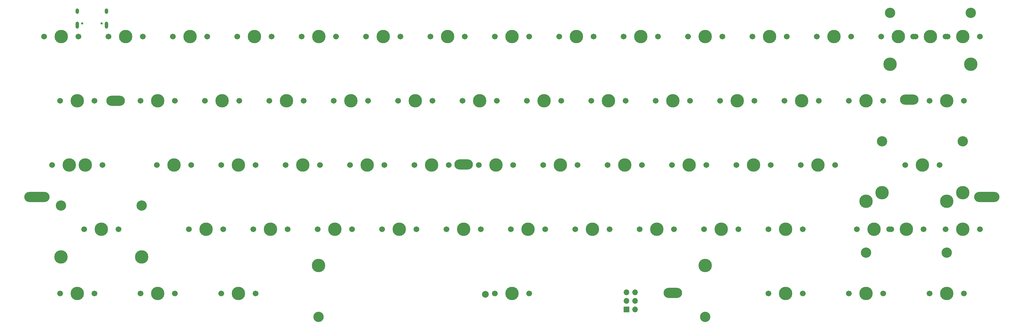
<source format=gts>
G04 #@! TF.GenerationSoftware,KiCad,Pcbnew,(5.99.0-11336-g5116fa6d12)*
G04 #@! TF.CreationDate,2021-07-24T21:06:12+02:00*
G04 #@! TF.ProjectId,plain60-flex-mkd-ansi,706c6169-6e36-4302-9d66-6c65782d6d6b,rev?*
G04 #@! TF.SameCoordinates,Original*
G04 #@! TF.FileFunction,Soldermask,Top*
G04 #@! TF.FilePolarity,Negative*
%FSLAX46Y46*%
G04 Gerber Fmt 4.6, Leading zero omitted, Abs format (unit mm)*
G04 Created by KiCad (PCBNEW (5.99.0-11336-g5116fa6d12)) date 2021-07-24 21:06:12*
%MOMM*%
%LPD*%
G01*
G04 APERTURE LIST*
%ADD10C,1.701800*%
%ADD11C,3.987800*%
%ADD12C,3.048000*%
%ADD13O,7.500000X3.000000*%
%ADD14O,5.500000X3.000000*%
%ADD15C,2.000000*%
%ADD16C,0.650000*%
%ADD17O,1.000000X2.100000*%
%ADD18O,1.000000X1.600000*%
%ADD19R,1.700000X1.700000*%
%ADD20O,1.700000X1.700000*%
G04 APERTURE END LIST*
D10*
X71120000Y-28575000D03*
D11*
X76200000Y-28575000D03*
D10*
X81280000Y-28575000D03*
X100330000Y-28575000D03*
D11*
X95250000Y-28575000D03*
D10*
X90170000Y-28575000D03*
D11*
X152400000Y-28575000D03*
D10*
X157480000Y-28575000D03*
X147320000Y-28575000D03*
X166370000Y-28575000D03*
D11*
X171450000Y-28575000D03*
D10*
X176530000Y-28575000D03*
D11*
X133350000Y-28575000D03*
D10*
X138430000Y-28575000D03*
X128270000Y-28575000D03*
X109220000Y-28575000D03*
X119380000Y-28575000D03*
D11*
X114300000Y-28575000D03*
D10*
X19367500Y-28575000D03*
X9207500Y-28575000D03*
D11*
X14287500Y-28575000D03*
X142875000Y-9525000D03*
D10*
X147955000Y-9525000D03*
X137795000Y-9525000D03*
X186055000Y-9525000D03*
X175895000Y-9525000D03*
D11*
X180975000Y-9525000D03*
D10*
X90805000Y-9525000D03*
D11*
X85725000Y-9525000D03*
D10*
X80645000Y-9525000D03*
X243205000Y-9525000D03*
D11*
X238125000Y-9525000D03*
D10*
X233045000Y-9525000D03*
X224155000Y-9525000D03*
X213995000Y-9525000D03*
D11*
X219075000Y-9525000D03*
X200025000Y-9525000D03*
D10*
X205105000Y-9525000D03*
X194945000Y-9525000D03*
X156845000Y-9525000D03*
D11*
X161925000Y-9525000D03*
D10*
X167005000Y-9525000D03*
X118745000Y-9525000D03*
D11*
X123825000Y-9525000D03*
D10*
X128905000Y-9525000D03*
X99695000Y-9525000D03*
X109855000Y-9525000D03*
D11*
X104775000Y-9525000D03*
X66675000Y-9525000D03*
D10*
X71755000Y-9525000D03*
X61595000Y-9525000D03*
D11*
X28575000Y-9525000D03*
D10*
X33655000Y-9525000D03*
X23495000Y-9525000D03*
X4445000Y-9525000D03*
D11*
X9525000Y-9525000D03*
D10*
X14605000Y-9525000D03*
X43180000Y-85725000D03*
X33020000Y-85725000D03*
D11*
X38100000Y-85725000D03*
D10*
X152717500Y-66675000D03*
X142557500Y-66675000D03*
D11*
X147637500Y-66675000D03*
X223837500Y-66675000D03*
D10*
X228917500Y-66675000D03*
X218757500Y-66675000D03*
X171767500Y-66675000D03*
D11*
X166687500Y-66675000D03*
D10*
X161607500Y-66675000D03*
X123507500Y-66675000D03*
D11*
X128587500Y-66675000D03*
D10*
X133667500Y-66675000D03*
X180657500Y-66675000D03*
D11*
X185737500Y-66675000D03*
D10*
X190817500Y-66675000D03*
D11*
X14287500Y-85725000D03*
D10*
X9207500Y-85725000D03*
X19367500Y-85725000D03*
X261620000Y-9525000D03*
D12*
X254762000Y-2540000D03*
D11*
X266700000Y-9525000D03*
X254762000Y-17780000D03*
D12*
X278638000Y-2540000D03*
D11*
X278638000Y-17780000D03*
D10*
X271780000Y-9525000D03*
X252730000Y-28575000D03*
D11*
X247650000Y-28575000D03*
D10*
X242570000Y-28575000D03*
D11*
X52387500Y-66675000D03*
D10*
X57467500Y-66675000D03*
X47307500Y-66675000D03*
X195580000Y-28575000D03*
D11*
X190500000Y-28575000D03*
D10*
X185420000Y-28575000D03*
X124142500Y-47625000D03*
D11*
X119062500Y-47625000D03*
D10*
X113982500Y-47625000D03*
X66992500Y-47625000D03*
X56832500Y-47625000D03*
D11*
X61912500Y-47625000D03*
D12*
X276256700Y-40640000D03*
X252380700Y-40640000D03*
D11*
X264318700Y-47625000D03*
X252380700Y-55880000D03*
X276256700Y-55880000D03*
D10*
X269398700Y-47625000D03*
X259238700Y-47625000D03*
X281305000Y-66675000D03*
X271145000Y-66675000D03*
D11*
X276225000Y-66675000D03*
D10*
X171132500Y-47625000D03*
X181292500Y-47625000D03*
D11*
X176212500Y-47625000D03*
X271462487Y-28575061D03*
D10*
X266382487Y-28575061D03*
X276542487Y-28575061D03*
X233680000Y-28575000D03*
X223520000Y-28575000D03*
D11*
X228600000Y-28575000D03*
D10*
X56832500Y-85725000D03*
X66992500Y-85725000D03*
D11*
X61912500Y-85725000D03*
X80962500Y-47625000D03*
D10*
X86042500Y-47625000D03*
X75882500Y-47625000D03*
X152082500Y-47625000D03*
X162242500Y-47625000D03*
D11*
X157162500Y-47625000D03*
X100012500Y-47625000D03*
D10*
X105092500Y-47625000D03*
X94932500Y-47625000D03*
D11*
X42862500Y-47625000D03*
D10*
X37782500Y-47625000D03*
X47942500Y-47625000D03*
X200342500Y-47625000D03*
D11*
X195262500Y-47625000D03*
D10*
X190182500Y-47625000D03*
D12*
X9493250Y-59690000D03*
D11*
X9493250Y-74930000D03*
D10*
X26511250Y-66675000D03*
D11*
X33369250Y-74930000D03*
D12*
X33369250Y-59690000D03*
D10*
X16351250Y-66675000D03*
D11*
X21431250Y-66675000D03*
X233362500Y-47625000D03*
D10*
X228282500Y-47625000D03*
X238442500Y-47625000D03*
X219392500Y-47625000D03*
X209232500Y-47625000D03*
D11*
X214312500Y-47625000D03*
D10*
X204470000Y-28575000D03*
X214630000Y-28575000D03*
D11*
X209550000Y-28575000D03*
X138112500Y-47625000D03*
D10*
X143192500Y-47625000D03*
X133032500Y-47625000D03*
D11*
X16668750Y-47625000D03*
D10*
X11588750Y-47625000D03*
X21748750Y-47625000D03*
X104457500Y-66675000D03*
D11*
X109537500Y-66675000D03*
D10*
X114617500Y-66675000D03*
D11*
X247650000Y-85725000D03*
D10*
X252730000Y-85725000D03*
X242570000Y-85725000D03*
D11*
X71437500Y-66675000D03*
D10*
X76517500Y-66675000D03*
X66357500Y-66675000D03*
X228917500Y-85725000D03*
D11*
X223837500Y-85725000D03*
D10*
X218757500Y-85725000D03*
X266382728Y-85725072D03*
X276542728Y-85725072D03*
D11*
X271462728Y-85725072D03*
D13*
X283368988Y-57125000D03*
X2381252Y-57125000D03*
D10*
X43180000Y-28575000D03*
X33020000Y-28575000D03*
D11*
X38100000Y-28575000D03*
D14*
X190500160Y-85525000D03*
D11*
X90487500Y-66675000D03*
D10*
X95567500Y-66675000D03*
X85407500Y-66675000D03*
X16986277Y-47624925D03*
D11*
X11906277Y-47624925D03*
D10*
X6826277Y-47624925D03*
D14*
X260425000Y-28227050D03*
D10*
X262254977Y-9525061D03*
X252094977Y-9525061D03*
D11*
X257174977Y-9525061D03*
D10*
X244951287Y-66675061D03*
X255111287Y-66675061D03*
D11*
X250031287Y-66675061D03*
D10*
X271145087Y-9524961D03*
X281305087Y-9524961D03*
D11*
X276225087Y-9524961D03*
D10*
X199707500Y-66675000D03*
X209867500Y-66675000D03*
D11*
X204787500Y-66675000D03*
D14*
X128587608Y-47425040D03*
D11*
X57150000Y-28575000D03*
D10*
X62230000Y-28575000D03*
X52070000Y-28575000D03*
D14*
X25600000Y-28576024D03*
D10*
X254476347Y-66675011D03*
X264636347Y-66675011D03*
D12*
X271494277Y-73660011D03*
D11*
X259556347Y-66675011D03*
D12*
X247618277Y-73660011D03*
D11*
X247618277Y-58420011D03*
X271494277Y-58420011D03*
D12*
X85693250Y-92710000D03*
D11*
X85693250Y-77470000D03*
D12*
X200056750Y-92710000D03*
D11*
X200056750Y-77470000D03*
X142875000Y-85725000D03*
D10*
X147955000Y-85725000D03*
X137795000Y-85725000D03*
X52705000Y-9525000D03*
D11*
X47625000Y-9525000D03*
D10*
X42545000Y-9525000D03*
D15*
X134979287Y-85950061D03*
D16*
X21458000Y-5630000D03*
X15678000Y-5630000D03*
D17*
X22888000Y-6160000D03*
D18*
X22888000Y-1980000D03*
X14248000Y-1980000D03*
D17*
X14248000Y-6160000D03*
D19*
X176729287Y-90510061D03*
D20*
X179269287Y-90510061D03*
X176729287Y-87970061D03*
X179269287Y-87970061D03*
X176729287Y-85430061D03*
X179269287Y-85430061D03*
M02*

</source>
